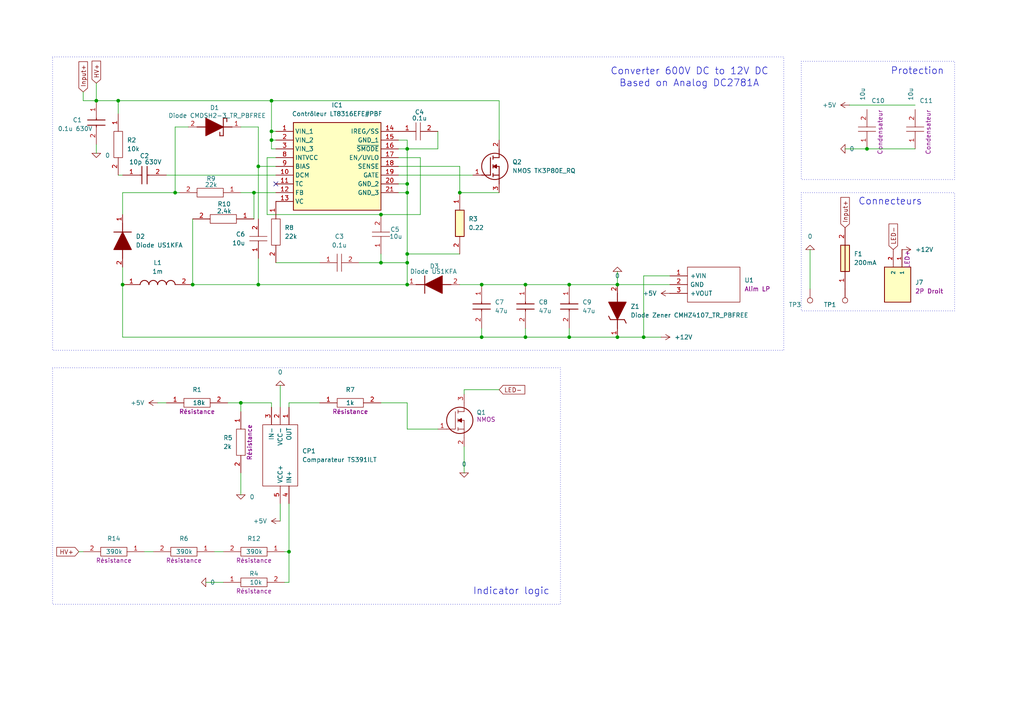
<source format=kicad_sch>
(kicad_sch (version 20231120) (generator "eeschema") (generator_version "8.0")
  (paper "A4")
  (title_block (title "Accumulator indicator voltage") (date "2024-03-29") (rev "v2.1") (company "EPSA"))
  (junction (at 78.74 38.1))
  (junction (at 152.4 82.55))
  (junction (at 35.56 82.55))
  (junction (at 74.93 82.55))
  (junction (at 55.88 82.55))
  (junction (at 186.69 97.79))
  (junction (at 165.1 97.79))
  (junction (at 50.8 55.88))
  (junction (at 133.35 55.88))
  (junction (at 27.94 29.21))
  (junction (at 165.1 82.55))
  (junction (at 69.85 116.84))
  (junction (at 110.49 62.23))
  (junction (at 118.11 82.55))
  (junction (at 34.29 29.21))
  (junction (at 251.46 43.18))
  (junction (at 118.11 43.18))
  (junction (at 139.7 82.55))
  (junction (at 110.49 76.2))
  (junction (at 118.11 53.34))
  (junction (at 73.66 55.88))
  (junction (at 118.11 55.88))
  (junction (at 74.93 48.26))
  (junction (at 118.11 73.66))
  (junction (at 83.82 160.02))
  (junction (at 78.74 29.21))
  (junction (at 152.4 97.79))
  (junction (at 139.7 97.79))
  (junction (at 118.11 76.2))
  (junction (at 179.07 97.79))
  (junction (at 179.07 82.55))
  (junction (at 78.74 40.64))
  (no_connect (at 80.01 53.34))
  (wire (pts (xy 62.23 160.02) (xy 64.77 160.02)))
  (wire (pts (xy 82.55 160.02) (xy 83.82 160.02)))
  (wire (pts (xy 110.49 76.2) (xy 118.11 76.2)))
  (wire (pts (xy 69.85 137.16) (xy 69.85 143.51)))
  (wire (pts (xy 35.56 62.23) (xy 35.56 55.88)))
  (wire (pts (xy 55.88 63.5) (xy 55.88 82.55)))
  (wire (pts (xy 127 43.18) (xy 118.11 43.18)))
  (wire (pts (xy 45.72 116.84) (xy 48.26 116.84)))
  (wire (pts (xy 110.49 73.66) (xy 110.49 76.2)))
  (wire (pts (xy 78.74 29.21) (xy 78.74 38.1)))
  (wire (pts (xy 115.57 40.64) (xy 118.11 40.64)))
  (wire (pts (xy 50.8 36.83) (xy 54.61 36.83)))
  (wire (pts (xy 24.13 26.67) (xy 24.13 29.21)))
  (wire (pts (xy 69.85 116.84) (xy 69.85 119.38)))
  (wire (pts (xy 27.94 41.91) (xy 27.94 44.45)))
  (wire (pts (xy 35.56 55.88) (xy 50.8 55.88)))
  (wire (pts (xy 44.45 160.02) (xy 41.91 160.02)))
  (wire (pts (xy 115.57 48.26) (xy 133.35 48.26)))
  (wire (pts (xy 83.82 168.91) (xy 82.55 168.91)))
  (wire (pts (xy 134.62 113.03) (xy 144.78 113.03)))
  (wire (pts (xy 127 38.1) (xy 127 43.18)))
  (wire (pts (xy 179.07 82.55) (xy 194.31 82.55)))
  (wire (pts (xy 48.26 50.8) (xy 80.01 50.8)))
  (wire (pts (xy 34.29 29.21) (xy 78.74 29.21)))
  (wire (pts (xy 34.29 50.8) (xy 35.56 50.8)))
  (wire (pts (xy 139.7 97.79) (xy 139.7 95.25)))
  (wire (pts (xy 133.35 82.55) (xy 139.7 82.55)))
  (wire (pts (xy 134.62 129.54) (xy 134.62 137.16)))
  (wire (pts (xy 83.82 116.84) (xy 92.71 116.84)))
  (wire (pts (xy 50.8 55.88) (xy 50.8 36.83)))
  (wire (pts (xy 251.46 43.18) (xy 265.43 43.18)))
  (wire (pts (xy 27.94 24.13) (xy 27.94 29.21)))
  (wire (pts (xy 139.7 97.79) (xy 152.4 97.79)))
  (wire (pts (xy 77.47 45.72) (xy 80.01 45.72)))
  (wire (pts (xy 27.94 29.21) (xy 34.29 29.21)))
  (wire (pts (xy 80.01 76.2) (xy 92.71 76.2)))
  (wire (pts (xy 73.66 55.88) (xy 73.66 63.5)))
  (wire (pts (xy 78.74 116.84) (xy 78.74 118.11)))
  (wire (pts (xy 115.57 50.8) (xy 137.16 50.8)))
  (wire (pts (xy 74.93 36.83) (xy 69.85 36.83)))
  (wire (pts (xy 35.56 97.79) (xy 139.7 97.79)))
  (wire (pts (xy 165.1 82.55) (xy 179.07 82.55)))
  (wire (pts (xy 81.28 146.05) (xy 81.28 151.13)))
  (wire (pts (xy 186.69 97.79) (xy 191.77 97.79)))
  (wire (pts (xy 35.56 82.55) (xy 35.56 97.79)))
  (wire (pts (xy 69.85 55.88) (xy 73.66 55.88)))
  (wire (pts (xy 152.4 97.79) (xy 152.4 95.25)))
  (wire (pts (xy 121.92 62.23) (xy 110.49 62.23)))
  (wire (pts (xy 165.1 97.79) (xy 179.07 97.79)))
  (wire (pts (xy 179.07 78.74) (xy 179.07 82.55)))
  (wire (pts (xy 245.11 43.18) (xy 251.46 43.18)))
  (wire (pts (xy 186.69 80.01) (xy 194.31 80.01)))
  (wire (pts (xy 35.56 77.47) (xy 35.56 82.55)))
  (wire (pts (xy 110.49 62.23) (xy 77.47 62.23)))
  (wire (pts (xy 83.82 146.05) (xy 83.82 160.02)))
  (wire (pts (xy 115.57 45.72) (xy 121.92 45.72)))
  (wire (pts (xy 74.93 74.93) (xy 74.93 82.55)))
  (wire (pts (xy 73.66 55.88) (xy 80.01 55.88)))
  (wire (pts (xy 118.11 40.64) (xy 118.11 43.18)))
  (wire (pts (xy 110.49 116.84) (xy 118.11 116.84)))
  (wire (pts (xy 186.69 97.79) (xy 186.69 80.01)))
  (wire (pts (xy 55.88 82.55) (xy 74.93 82.55)))
  (wire (pts (xy 133.35 48.26) (xy 133.35 55.88)))
  (wire (pts (xy 152.4 82.55) (xy 165.1 82.55)))
  (wire (pts (xy 118.11 43.18) (xy 118.11 53.34)))
  (wire (pts (xy 179.07 97.79) (xy 186.69 97.79)))
  (wire (pts (xy 74.93 48.26) (xy 74.93 63.5)))
  (wire (pts (xy 24.13 29.21) (xy 27.94 29.21)))
  (wire (pts (xy 144.78 29.21) (xy 144.78 40.64)))
  (wire (pts (xy 69.85 116.84) (xy 78.74 116.84)))
  (wire (pts (xy 134.62 114.3) (xy 134.62 113.03)))
  (wire (pts (xy 74.93 48.26) (xy 80.01 48.26)))
  (wire (pts (xy 78.74 29.21) (xy 144.78 29.21)))
  (wire (pts (xy 118.11 116.84) (xy 118.11 124.46)))
  (wire (pts (xy 118.11 73.66) (xy 133.35 73.66)))
  (wire (pts (xy 78.74 38.1) (xy 78.74 40.64)))
  (wire (pts (xy 118.11 124.46) (xy 127 124.46)))
  (wire (pts (xy 34.29 29.21) (xy 34.29 33.02)))
  (wire (pts (xy 118.11 53.34) (xy 118.11 55.88)))
  (wire (pts (xy 78.74 40.64) (xy 80.01 40.64)))
  (wire (pts (xy 118.11 55.88) (xy 118.11 73.66)))
  (wire (pts (xy 118.11 76.2) (xy 118.11 82.55)))
  (wire (pts (xy 74.93 36.83) (xy 74.93 48.26)))
  (wire (pts (xy 83.82 160.02) (xy 83.82 168.91)))
  (wire (pts (xy 78.74 38.1) (xy 80.01 38.1)))
  (wire (pts (xy 74.93 82.55) (xy 118.11 82.55)))
  (wire (pts (xy 115.57 43.18) (xy 118.11 43.18)))
  (wire (pts (xy 78.74 43.18) (xy 80.01 43.18)))
  (wire (pts (xy 66.04 116.84) (xy 69.85 116.84)))
  (wire (pts (xy 115.57 55.88) (xy 118.11 55.88)))
  (wire (pts (xy 165.1 97.79) (xy 165.1 95.25)))
  (wire (pts (xy 139.7 82.55) (xy 152.4 82.55)))
  (wire (pts (xy 121.92 45.72) (xy 121.92 62.23)))
  (wire (pts (xy 246.38 30.48) (xy 265.43 30.48)))
  (wire (pts (xy 59.69 168.91) (xy 64.77 168.91)))
  (wire (pts (xy 78.74 40.64) (xy 78.74 43.18)))
  (wire (pts (xy 115.57 53.34) (xy 118.11 53.34)))
  (wire (pts (xy 81.28 111.76) (xy 81.28 118.11)))
  (wire (pts (xy 52.07 55.88) (xy 50.8 55.88)))
  (wire (pts (xy 118.11 73.66) (xy 118.11 76.2)))
  (wire (pts (xy 104.14 76.2) (xy 110.49 76.2)))
  (wire (pts (xy 22.86 160.02) (xy 24.13 160.02)))
  (wire (pts (xy 83.82 118.11) (xy 83.82 116.84)))
  (wire (pts (xy 234.95 72.39) (xy 234.95 83.82)))
  (wire (pts (xy 77.47 62.23) (xy 77.47 45.72)))
  (wire (pts (xy 133.35 55.88) (xy 144.78 55.88)))
  (wire (pts (xy 152.4 97.79) (xy 165.1 97.79)))
  (rectangle (start 15.24 106.68) (end 162.56 175.26) (stroke (width 0) (type dot)))
  (rectangle (start 232.41 17.78) (end 276.86 52.07) (stroke (width 0) (type dot)))
  (rectangle (start 15.24 16.51) (end 227.33 101.6) (stroke (width 0) (type dot)))
  (rectangle (start 232.41 55.88) (end 276.86 90.17) (stroke (width 0) (type dot)))
  (text "Protection\n" (at 258.318 21.844 0) (effects (font (size 2 2)) (justify left bottom)))
  (text "Based on Analog DC2781A" (at 179.578 25.4 0) (effects (font (size 2 2)) (justify left bottom)))
  (text "Indicator logic" (at 137.16 172.72 0) (effects (font (size 2 2)) (justify left bottom)))
  (text "Connecteurs\n" (at 248.92 59.69 0) (effects (font (size 2 2)) (justify left bottom)))
  (text "Converter 600V DC to 12V DC\n\n" (at 177.038 25.146 0) (effects (font (size 2 2)) (justify left bottom)))
  (global_label "Input+" (shape input) (at 24.13 26.67 90) (property "Intersheetrefs" "${INTERSHEET_REFS}" (effects (hide yes))))
  (global_label "LED-" (shape input) (at 259.08 72.39 90) (property "Intersheetrefs" "${INTERSHEET_REFS}" (effects (hide yes))))
  (global_label "HV+" (shape input) (at 27.94 24.13 90) (property "Intersheetrefs" "${INTERSHEET_REFS}" (effects (hide yes))))
  (global_label "HV+" (shape input) (at 22.86 160.02 180) (property "Intersheetrefs" "${INTERSHEET_REFS}" (effects (hide yes))))
  (global_label "Input+" (shape input) (at 245.11 66.04 90) (property "Intersheetrefs" "${INTERSHEET_REFS}" (effects (hide yes))))
  (global_label "LED-" (shape input) (at 144.78 113.03 0) (property "Intersheetrefs" "${INTERSHEET_REFS}" (effects (hide yes))))
  (symbol (lib_id "EPSA_lib:Résistance RK73H2BLTDD2152F") (at 92.71 116.84 0) (unit 1)
    (property "Reference" "R7" (at 101.6 113.03 0))
    (property "Value" "1k" (at 100.33 116.84 0) (effects (justify left)))
    (property "Footprint" "EPSA_lib:RESC3216X70N" (effects (hide yes)))
    (property "Datasheet" "http://www.koaspeer.com/catimages/Products/RK73H/RK73H.pdf" (effects (hide yes)))
    (property "Description" "Thick Film Resistors - SMD" (effects (hide yes)))
    (property "Height" "0.7" (effects (hide yes)))
    (property "Manufacturer_Name" "KOA Speer" (effects (hide yes)))
    (property "Manufacturer_Part_Number" "RK73H2BLTDD2152F" (effects (hide yes)))
    (property "Mouser Part Number" "N/A" (effects (hide yes)))
    (property "Mouser Price/Stock" "https://www.mouser.co.uk/ProductDetail/KOA-Speer/RK73H2BLTDD2152F?qs=WeIALVmW3zmyxMFsjVzMRw%3D%3D" (effects (hide yes)))
    (property "Sim.Device" "R" (effects (hide yes)))
    (property "Sim.Params" "type=\"R\" model=\"1k\" lib=\"\"" (effects (hide yes)))
    (property "Sim.Pins" "1=+ 2=-" (effects (hide yes)))
    (property "Render Name" "Résistance" (at 101.6 119.38 0))
  )
  (symbol (lib_id "EPSA_lib:Condensateur 0805Y1000104JXT") (at 115.57 38.1 0) (unit 1)
    (property "Reference" "C4" (at 121.666 32.512 0))
    (property "Value" "0.1u" (at 121.666 34.29 0))
    (property "Footprint" "EPSA_lib:CAPC2012X130N" (effects (hide yes)))
    (property "Datasheet" "http://docs-europe.electrocomponents.com/webdocs/119d/0900766b8119d7bc.pdf" (effects (hide yes)))
    (property "Description" "Syfer 0805 Ceramic Chip Capacitors" (effects (hide yes)))
    (property "Sim.Pins" "1=+ 2=-" (effects (hide yes)))
    (property "Sim.Device" "C" (effects (hide yes)))
    (property "Height" "1.3" (effects (hide yes)))
    (property "Manufacturer_Name" "Syfer" (effects (hide yes)))
    (property "Manufacturer_Part_Number" "0805Y1000104JXT" (effects (hide yes)))
    (property "Render Name" "Condensateur" (effects (hide yes)))
  )
  (symbol (lib_id "power:+12V") (at 191.77 97.79 270) (unit 1)
    (property "Reference" "#PWR04" (effects (hide yes)))
    (property "Value" "+12V" (at 195.58 97.7899 90) (effects (justify left)))
    (property "Description" "Power symbol creates a global label with name \"+12V\"" (effects (hide yes)))
  )
  (symbol (lib_id "EPSA_lib:Dep_Comparateur TS391ILT") (at 83.82 118.11 270) (unit 1)
    (property "Reference" "CP1" (at 87.63 130.8099 90) (effects (justify left)))
    (property "Value" "Comparateur TS391ILT" (at 87.63 133.3499 90) (effects (justify left)))
    (property "Footprint" "EPSA_lib:SOT95P280X145-5N" (effects (hide yes)))
    (property "Datasheet" "http://www.st.com/st-web-ui/static/active/en/resource/technical/document/datasheet/CD00001660.pdf" (effects (hide yes)))
    (property "Description" "TS391ILT, Comparator Open Collector 0.3us 12 V, 15 V, 18 V, 24 V, 28 V, 3 V, 5 V, 9 V 5-Pin SOT-23" (effects (hide yes)))
    (property "Height" "1.45" (effects (hide yes)))
    (property "Manufacturer_Name" "STMicroelectronics" (effects (hide yes)))
    (property "Manufacturer_Part_Number" "TS391ILT" (effects (hide yes)))
    (property "Mouser Part Number" "511-TS391IL" (effects (hide yes)))
    (property "Mouser Price/Stock" "https://www.mouser.co.uk/ProductDetail/STMicroelectronics/TS391ILT?qs=P8h1tZw8GcB9GWR61XM17g%3D%3D" (effects (hide yes)))
    (property "Arrow Part Number" "TS391ILT" (effects (hide yes)))
    (property "Arrow Price/Stock" "https://www.arrow.com/en/products/ts391ilt/stmicroelectronics?region=europe" (effects (hide yes)))
    (property "Sim.Device" "SPICE" (effects (hide yes)))
    (property "Sim.Params" "type=\"X\" model=\"TS391\" lib=\"${EPSA_lib}\\SpiceModel\\C_ts391.lib\"" (effects (hide yes)))
    (property "Sim.Pins" "4=1 3=2 5=3 2=4 1=5" (effects (hide yes)))
    (property "Render Name" "Comparateur" (effects (hide yes)))
  )
  (symbol (lib_id "EPSA_lib:Condensateur HV GRM31A5C2J100JW01D") (at 35.56 50.8 0) (unit 1)
    (property "Reference" "C2" (at 41.91 45.212 0))
    (property "Value" "10p 630V" (at 42.164 46.99 0))
    (property "Footprint" "CAPC3216X100N" (effects (hide yes)))
    (property "Datasheet" "https://psearch.en.murata.com/capacitor/product/GRM31A5C2J100JW01%23.html" (effects (hide yes)))
    (property "Description" "Capacitor GRM31_0.20 L=3.2mm W=1.6mm T=1.0mm 1205" (effects (hide yes)))
    (property "Height" "1" (effects (hide yes)))
    (property "Mouser Part Number" "81-GRM31A5C2J100JW1D" (effects (hide yes)))
    (property "Mouser Price/Stock" "https://www.mouser.co.uk/ProductDetail/Murata-Electronics/GRM31A5C2J100JW01D?qs=18WYLvqSxEqgP%2FN9N3NKJQ%3D%3D" (effects (hide yes)))
    (property "Manufacturer_Name" "Murata Electronics" (effects (hide yes)))
    (property "Manufacturer_Part_Number" "GRM31A5C2J100JW01D" (effects (hide yes)))
  )
  (symbol (lib_id "power:+5V") (at 81.28 151.13 90) (unit 1)
    (property "Reference" "#PWR06" (effects (hide yes)))
    (property "Value" "+5V" (at 77.47 151.1299 90) (effects (justify left)))
    (property "Description" "Power symbol creates a global label with name \"+5V\"" (effects (hide yes)))
  )
  (symbol (lib_id "Simulation_SPICE:0") (at 179.07 78.74 180) (unit 1)
    (property "Reference" "#GND06" (effects (hide yes)))
    (property "Value" "0" (at 179.07 80.01 0))
    (property "Datasheet" "https://ngspice.sourceforge.io/docs/ngspice-html-manual/manual.xhtml#subsec_Circuit_elements__device" (effects (hide yes)))
    (property "Description" "0V reference potential for simulation" (effects (hide yes)))
  )
  (symbol (lib_id "power:+12V") (at 261.62 72.39 270) (unit 1)
    (property "Reference" "#PWR09" (effects (hide yes)))
    (property "Value" "+12V" (at 265.43 72.3899 90) (effects (justify left)))
    (property "Description" "Power symbol creates a global label with name \"+12V\"" (effects (hide yes)))
    (property "Vers" "LED+" (at 263.144 75.184 0))
  )
  (symbol (lib_id "power:+5V") (at 194.31 85.09 90) (unit 1)
    (property "Reference" "#PWR05" (effects (hide yes)))
    (property "Value" "+5V" (at 190.5 85.0899 90) (effects (justify left)))
    (property "Description" "Power symbol creates a global label with name \"+5V\"" (effects (hide yes)))
  )
  (symbol (lib_id "Simulation_SPICE:0") (at 234.95 72.39 180) (unit 1)
    (property "Reference" "#GND012" (effects (hide yes)))
    (property "Value" "0" (at 234.95 68.58 0))
    (property "Datasheet" "https://ngspice.sourceforge.io/docs/ngspice-html-manual/manual.xhtml#subsec_Circuit_elements__device" (effects (hide yes)))
    (property "Description" "0V reference potential for simulation" (effects (hide yes)))
  )
  (symbol (lib_id "EPSA_lib:2P Droit 2-11-2022") (at 261.62 82.55 270) (unit 1) (exclude_from_sim yes)
    (property "Reference" "J7" (at 265.43 81.915 90) (effects (justify left)))
    (property "Value" "2P Droit 2-11-2022" (effects (hide yes)))
    (property "Footprint" "EPSA_lib:MOLEX_22-11-2022" (effects (hide yes)))
    (property "Sim.Pins" "1=1 2=2" (effects (hide yes)))
    (property "Sim.Device" "SPICE" (effects (hide yes)))
    (property "Sim.Params" "type=\"J\" model=\"22-11-2022\" lib=\"\"" (effects (hide yes)))
    (property "MAXIMUM_PACKAGE_HEIGHT" "10.66mm" (effects (hide yes)))
    (property "PARTREV" "BD8" (effects (hide yes)))
    (property "STANDARD" "Manufacturer Recommendations" (effects (hide yes)))
    (property "MANUFACTURER" "Molex" (effects (hide yes)))
    (property "Render Name" "2P Droit" (at 265.43 84.455 90) (effects (justify left)))
    (property "Height" "10.66mm" (effects (hide yes)))
    (property "Manufacturer_Name" "Molex" (effects (hide yes)))
    (property "Manufacturer_Part_Number" "22-11-2022" (effects (hide yes)))
    (property "Mouser Part Number" "538-22-11-2022" (effects (hide yes)))
    (property "Mouser Price/Stock" "https://www.mouser.fr/ProductDetail/Molex/22-11-2022?qs=mrPiglD9aYLq1NGrfjXTJg%3D%3D" (effects (hide yes)))
  )
  (symbol (lib_id "EPSA_lib:Diode CMDSH2-3_TR_PBFREE") (at 72.39 36.83 180) (unit 1)
    (property "Reference" "D1" (at 62.23 31.242 0))
    (property "Value" "Diode CMDSH2-3_TR_PBFREE" (at 62.992 33.528 0))
    (property "Footprint" "SOD2512X110N" (effects (hide yes)))
    (property "Datasheet" "https://my.centralsemi.com/get_document.php?cmp=1&mergetype=pd&mergepath=pd&pdf_id=CMDSH2-3.PDF" (effects (hide yes)))
    (property "Description" "DIODE SCHOTTKY 30V 200MA SOD323" (effects (hide yes)))
    (property "Height" "1.1" (effects (hide yes)))
    (property "Mouser Part Number" "610-CMDSH2-3" (effects (hide yes)))
    (property "Mouser Price/Stock" "https://www.mouser.co.uk/ProductDetail/Central-Semiconductor/CMDSH2-3-TR-PBFREE?qs=u16ybLDytRa%2FuaZxWATy%2FQ%3D%3D" (effects (hide yes)))
    (property "Manufacturer_Name" "Central Semiconductor" (effects (hide yes)))
    (property "Manufacturer_Part_Number" "CMDSH2-3 TR PBFREE" (effects (hide yes)))
  )
  (symbol (lib_id "EPSA_lib:Diode US1KFA") (at 35.56 62.23 270) (unit 1)
    (property "Reference" "D2" (at 39.37 68.5799 90) (effects (justify left)))
    (property "Value" "Diode US1KFA" (at 39.37 71.1199 90) (effects (justify left)))
    (property "Footprint" "SODFL3618X143N" (effects (hide yes)))
    (property "Datasheet" "https://www.arrow.com/en/products/us1kfa/on-semiconductor" (effects (hide yes)))
    (property "Description" "Diode Switching 800V 1A 2-Pin SOD-123FA T/R" (effects (hide yes)))
    (property "Height" "1.43" (effects (hide yes)))
    (property "Mouser Part Number" "512-US1KFA" (effects (hide yes)))
    (property "Mouser Price/Stock" "https://www.mouser.co.uk/ProductDetail/onsemi-Fairchild/US1KFA?qs=kF4zOt4%2FK7W%252BRlWbuA8gCw%3D%3D" (effects (hide yes)))
    (property "Manufacturer_Name" "onsemi" (effects (hide yes)))
    (property "Manufacturer_Part_Number" "US1KFA" (effects (hide yes)))
  )
  (symbol (lib_id "EPSA_lib:Condensateur HV GCJ43DR72J104KXJ1L") (at 27.94 29.21 270) (unit 1)
    (property "Reference" "C1" (at 21.082 34.798 90) (effects (justify left)))
    (property "Value" "0.1u 630V" (at 16.764 37.338 90) (effects (justify left)))
    (property "Footprint" "CAPC4532X200N" (effects (hide yes)))
    (property "Datasheet" "https://componentsearchengine.com/Datasheets/1/GCJ43DR72J104KXJ1L.pdf" (effects (hide yes)))
    (property "Description" "Capacitor GCJ43 L=4.5mm W=3.2mm T=2.0mm 1812" (effects (hide yes)))
    (property "Height" "2" (effects (hide yes)))
    (property "Mouser Part Number" "81-GCJ43DR72J104KX1L" (effects (hide yes)))
    (property "Mouser Price/Stock" "https://www.mouser.com/Search/Refine.aspx?Keyword=81-GCJ43DR72J104KX1L" (effects (hide yes)))
    (property "Manufacturer_Name" "Murata Electronics" (effects (hide yes)))
    (property "Manufacturer_Part_Number" "GCJ43DR72J104KXJ1L" (effects (hide yes)))
  )
  (symbol (lib_id "EPSA_lib:Condensateur GRM32ER61C476KE15K") (at 139.7 82.55 270) (unit 1)
    (property "Reference" "C7" (at 143.51 87.6299 90) (effects (justify left)))
    (property "Value" "47u" (at 143.51 90.1699 90) (effects (justify left)))
    (property "Footprint" "CAPC3225X270N" (effects (hide yes)))
    (property "Datasheet" "http://psearch.en.murata.com/capacitor/product/GRM32ER71E226KE15%23.pdf" (effects (hide yes)))
    (property "Description" "Murata 1210 GRM 47uF Ceramic Multilayer Capacitor, 16 V, +85C, X5R Dielectric, +/-10% SMD" (effects (hide yes)))
    (property "Height" "2.7" (effects (hide yes)))
    (property "Mouser Part Number" "81-GRM32ER61C476KE5K" (effects (hide yes)))
    (property "Mouser Price/Stock" "https://www.mouser.co.uk/ProductDetail/Murata-Electronics/GRM32ER61C476KE15K?qs=N3Kl9KD794Qv8YP5qllqqg%3D%3D" (effects (hide yes)))
    (property "Manufacturer_Name" "Murata Electronics" (effects (hide yes)))
    (property "Manufacturer_Part_Number" "GRM32ER61C476KE15K" (effects (hide yes)))
  )
  (symbol (lib_id "EPSA_lib:Résistance RK73H2BLTDD2152F") (at 80.01 58.42 270) (unit 1)
    (property "Reference" "R8" (at 82.55 66.0399 90) (effects (justify left)))
    (property "Value" "22k" (at 82.55 68.5799 90) (effects (justify left)))
    (property "Footprint" "EPSA_lib:RESC3216X70N" (effects (hide yes)))
    (property "Datasheet" "http://www.koaspeer.com/catimages/Products/RK73H/RK73H.pdf" (effects (hide yes)))
    (property "Description" "Thick Film Resistors - SMD" (effects (hide yes)))
    (property "Sim.Pins" "1=+ 2=-" (effects (hide yes)))
    (property "Sim.Device" "R" (effects (hide yes)))
    (property "Height" "0.7" (effects (hide yes)))
    (property "Manufacturer_Name" "KOA Speer" (effects (hide yes)))
    (property "Manufacturer_Part_Number" "RK73H2BLTDD2152F" (effects (hide yes)))
    (property "Mouser Part Number" "N/A" (effects (hide yes)))
    (property "Mouser Price/Stock" "https://www.mouser.co.uk/ProductDetail/KOA-Speer/RK73H2BLTDD2152F?qs=WeIALVmW3zmyxMFsjVzMRw%3D%3D" (effects (hide yes)))
    (property "Render Name" "Résistance" (effects (hide yes)))
  )
  (symbol (lib_id "Simulation_SPICE:0") (at 69.85 143.51 0) (unit 1)
    (property "Reference" "#GND03" (effects (hide yes)))
    (property "Value" "0" (at 72.39 144.1449 0) (effects (justify left)))
    (property "Datasheet" "https://ngspice.sourceforge.io/docs/ngspice-html-manual/manual.xhtml#subsec_Circuit_elements__device" (effects (hide yes)))
    (property "Description" "0V reference potential for simulation" (effects (hide yes)))
  )
  (symbol (lib_id "EPSA_lib:Résistance RK73H2BLTDD2152F") (at 73.66 63.5 180) (unit 1)
    (property "Reference" "R10" (at 65.024 59.182 0))
    (property "Value" "2.4k" (at 65.024 61.214 0))
    (property "Footprint" "EPSA_lib:RESC3216X70N" (effects (hide yes)))
    (property "Datasheet" "http://www.koaspeer.com/catimages/Products/RK73H/RK73H.pdf" (effects (hide yes)))
    (property "Description" "Thick Film Resistors - SMD" (effects (hide yes)))
    (property "Sim.Pins" "1=+ 2=-" (effects (hide yes)))
    (property "Sim.Device" "R" (effects (hide yes)))
    (property "Height" "0.7" (effects (hide yes)))
    (property "Manufacturer_Name" "KOA Speer" (effects (hide yes)))
    (property "Manufacturer_Part_Number" "RK73H2BLTDD2152F" (effects (hide yes)))
    (property "Mouser Part Number" "N/A" (effects (hide yes)))
    (property "Mouser Price/Stock" "https://www.mouser.co.uk/ProductDetail/KOA-Speer/RK73H2BLTDD2152F?qs=WeIALVmW3zmyxMFsjVzMRw%3D%3D" (effects (hide yes)))
    (property "Render Name" "Résistance" (effects (hide yes)))
  )
  (symbol (lib_id "EPSA_lib:Résistance RL0816S-R22-F") (at 133.35 55.88 270) (unit 1)
    (property "Reference" "R3" (at 135.89 63.4999 90) (effects (justify left)))
    (property "Value" "0.22" (at 135.89 66.0399 90) (effects (justify left)))
    (property "Footprint" "RESC1608X55N" (effects (hide yes)))
    (property "Datasheet" "http://www.susumu.co.jp/common/pdf/n_catalog_partition08_en.pdf" (effects (hide yes)))
    (property "Description" "220 mOhms +/-1% 0.2W, 1/5W Chip Resistor 0603 (1608 Metric) Current Sense Thin Film" (effects (hide yes)))
    (property "Height" "0.55" (effects (hide yes)))
    (property "Mouser Part Number" "754-RL0816S-R22-F" (effects (hide yes)))
    (property "Mouser Price/Stock" "https://www.mouser.co.uk/ProductDetail/Susumu/RL0816S-R22-F?qs=nCAm%252BcMdy9wf61LcSsWBdw%3D%3D" (effects (hide yes)))
    (property "Manufacturer_Name" "Susumu" (effects (hide yes)))
    (property "Manufacturer_Part_Number" "RL0816S-R22-F" (effects (hide yes)))
  )
  (symbol (lib_id "EPSA_lib:Résistance RK73H2BLTDD2152F") (at 82.55 160.02 180) (unit 1)
    (property "Reference" "R12" (at 73.66 156.21 0))
    (property "Value" "390k" (at 76.2 160.02 0) (effects (justify left)))
    (property "Footprint" "EPSA_lib:RESC3216X70N" (effects (hide yes)))
    (property "Datasheet" "http://www.koaspeer.com/catimages/Products/RK73H/RK73H.pdf" (effects (hide yes)))
    (property "Description" "Thick Film Resistors - SMD" (effects (hide yes)))
    (property "Height" "0.7" (effects (hide yes)))
    (property "Manufacturer_Name" "KOA Speer" (effects (hide yes)))
    (property "Manufacturer_Part_Number" "RK73H2BLTDD2152F" (effects (hide yes)))
    (property "Mouser Part Number" "N/A" (effects (hide yes)))
    (property "Mouser Price/Stock" "https://www.mouser.co.uk/ProductDetail/KOA-Speer/RK73H2BLTDD2152F?qs=WeIALVmW3zmyxMFsjVzMRw%3D%3D" (effects (hide yes)))
    (property "Sim.Device" "R" (effects (hide yes)))
    (property "Sim.Params" "type=\"R\" model=\"390k\" lib=\"\"" (effects (hide yes)))
    (property "Sim.Pins" "1=+ 2=-" (effects (hide yes)))
    (property "Render Name" "Résistance" (at 73.66 162.56 0))
  )
  (symbol (lib_id "EPSA_lib:Condensateur 0805Y1000104JXT") (at 110.49 73.66 90) (unit 1)
    (property "Reference" "C5" (at 114.554 66.548 90))
    (property "Value" "10u" (at 114.808 68.58 90))
    (property "Footprint" "EPSA_lib:CAPC2012X130N" (effects (hide yes)))
    (property "Datasheet" "http://docs-europe.electrocomponents.com/webdocs/119d/0900766b8119d7bc.pdf" (effects (hide yes)))
    (property "Description" "Syfer 0805 Ceramic Chip Capacitors" (effects (hide yes)))
    (property "Sim.Pins" "1=+ 2=-" (effects (hide yes)))
    (property "Sim.Device" "C" (effects (hide yes)))
    (property "Height" "1.3" (effects (hide yes)))
    (property "Manufacturer_Name" "Syfer" (effects (hide yes)))
    (property "Manufacturer_Part_Number" "0805Y1000104JXT" (effects (hide yes)))
    (property "Render Name" "Condensateur" (effects (hide yes)))
  )
  (symbol (lib_id "EPSA_lib:Condensateur GRM32ER61C476KE15K") (at 152.4 82.55 270) (unit 1)
    (property "Reference" "C8" (at 156.21 87.6299 90) (effects (justify left)))
    (property "Value" "47u" (at 156.21 90.1699 90) (effects (justify left)))
    (property "Footprint" "CAPC3225X270N" (effects (hide yes)))
    (property "Datasheet" "http://psearch.en.murata.com/capacitor/product/GRM32ER71E226KE15%23.pdf" (effects (hide yes)))
    (property "Description" "Murata 1210 GRM 47uF Ceramic Multilayer Capacitor, 16 V, +85C, X5R Dielectric, +/-10% SMD" (effects (hide yes)))
    (property "Height" "2.7" (effects (hide yes)))
    (property "Mouser Part Number" "81-GRM32ER61C476KE5K" (effects (hide yes)))
    (property "Mouser Price/Stock" "https://www.mouser.co.uk/ProductDetail/Murata-Electronics/GRM32ER61C476KE15K?qs=N3Kl9KD794Qv8YP5qllqqg%3D%3D" (effects (hide yes)))
    (property "Manufacturer_Name" "Murata Electronics" (effects (hide yes)))
    (property "Manufacturer_Part_Number" "GRM32ER61C476KE15K" (effects (hide yes)))
  )
  (symbol (lib_id "EPSA_lib:Alim LP TSR_0.5-2450") (at 195.58 85.09 0) (unit 1)
    (property "Reference" "U1" (at 215.9 81.2799 0) (effects (justify left)))
    (property "Value" "Alim LP TSR_0.5-2450" (effects (hide yes)))
    (property "Footprint" "EPSA_lib:TSR-0.5-2433" (effects (hide yes)))
    (property "Datasheet" "https://tracopower.com/tsr0-5-datasheet/" (effects (hide yes)))
    (property "Description" "0.5 Amp POL switching regulator, 4.75 to 32 VDC input, pos.-pos. circuit, LM78 compatible, SIP-3" (effects (hide yes)))
    (property "Manufacturer_Name" "Traco Power" (effects (hide yes)))
    (property "Manufacturer_Part_Number" "TSR 0.5-2450" (effects (hide yes)))
    (property "Mouser Part Number" "495-TSR0.5-2450" (effects (hide yes)))
    (property "Mouser Price/Stock" "https://www.mouser.co.uk/ProductDetail/TRACO-Power/TSR-0.5-2450?qs=ckJk83FOD0XpEgQBSwF%2FIw%3D%3D" (effects (hide yes)))
    (property "Render Name" "Alim LP" (at 215.9 83.8199 0) (effects (justify left)))
  )
  (symbol (lib_id "EPSA_lib:Diode Zener CMHZ4107_TR_PBFREE") (at 179.07 97.79 90) (unit 1)
    (property "Reference" "Z1" (at 182.88 88.8999 90) (effects (justify right)))
    (property "Value" "Diode Zener CMHZ4107_TR_PBFREE" (at 182.88 91.4399 90) (effects (justify right)))
    (property "Footprint" "SOD3816X135N" (effects (hide yes)))
    (property "Datasheet" "https://my.centralsemi.com/datasheets/CMHZ4099-4125.PDF" (effects (hide yes)))
    (property "Description" "Zener Diodes 500mW 5% Tolerance" (effects (hide yes)))
    (property "Height" "1.35" (effects (hide yes)))
    (property "Manufacturer_Name" "Central Semiconductor" (effects (hide yes)))
    (property "Manufacturer_Part_Number" "CMHZ4107 TR PBFREE" (effects (hide yes)))
  )
  (symbol (lib_id "power:+5V") (at 246.38 30.48 90) (unit 1)
    (property "Reference" "#PWR08" (effects (hide yes)))
    (property "Value" "+5V" (at 242.57 30.4799 90) (effects (justify left)))
    (property "Description" "Power symbol creates a global label with name \"+5V\"" (effects (hide yes)))
  )
  (symbol (lib_id "Simulation_SPICE:0") (at 81.28 111.76 180) (unit 1)
    (property "Reference" "#GND04" (effects (hide yes)))
    (property "Value" "0" (at 81.28 107.95 0))
    (property "Datasheet" "https://ngspice.sourceforge.io/docs/ngspice-html-manual/manual.xhtml#subsec_Circuit_elements__device" (effects (hide yes)))
    (property "Description" "0V reference potential for simulation" (effects (hide yes)))
  )
  (symbol (lib_id "EPSA_lib:TestPoint") (at 245.11 83.82 180) (unit 1) (exclude_from_sim yes)
    (property "Reference" "TP1" (at 242.57 88.3921 0) (effects (justify left)))
    (property "Value" "${SIM.PARAMS}" (effects (hide yes)))
    (property "Footprint" "Connector_Wire:SolderWire-2.5sqmm_1x01_D2.4mm_OD3.6mm" (effects (hide yes)))
    (property "Sim.Device" "SPICE" (effects (hide yes)))
    (property "Sim.Params" "type=\"R\" model=\"TestPoint\" lib=\"\"" (effects (hide yes)))
    (property "Sim.Pins" "1=1" (effects (hide yes)))
    (property "Sim.Enable" "0" (effects (hide yes)))
  )
  (symbol (lib_id "EPSA_lib:Condensateur 0805Y1000104JXT") (at 92.71 76.2 0) (unit 1)
    (property "Reference" "C3" (at 98.425 68.58 0))
    (property "Value" "0.1u" (at 98.425 71.12 0))
    (property "Footprint" "EPSA_lib:CAPC2012X130N" (effects (hide yes)))
    (property "Datasheet" "http://docs-europe.electrocomponents.com/webdocs/119d/0900766b8119d7bc.pdf" (effects (hide yes)))
    (property "Description" "Syfer 0805 Ceramic Chip Capacitors" (effects (hide yes)))
    (property "Sim.Pins" "1=+ 2=-" (effects (hide yes)))
    (property "Sim.Device" "C" (effects (hide yes)))
    (property "Height" "1.3" (effects (hide yes)))
    (property "Manufacturer_Name" "Syfer" (effects (hide yes)))
    (property "Manufacturer_Part_Number" "0805Y1000104JXT" (effects (hide yes)))
    (property "Render Name" "Condensateur" (effects (hide yes)))
  )
  (symbol (lib_id "EPSA_lib:Résistance RK73H2BLTDD2152F") (at 48.26 116.84 0) (unit 1)
    (property "Reference" "R1" (at 57.15 113.03 0))
    (property "Value" "18k" (at 55.88 116.84 0) (effects (justify left)))
    (property "Footprint" "EPSA_lib:RESC3216X70N" (effects (hide yes)))
    (property "Datasheet" "http://www.koaspeer.com/catimages/Products/RK73H/RK73H.pdf" (effects (hide yes)))
    (property "Description" "Thick Film Resistors - SMD" (effects (hide yes)))
    (property "Height" "0.7" (effects (hide yes)))
    (property "Manufacturer_Name" "KOA Speer" (effects (hide yes)))
    (property "Manufacturer_Part_Number" "RK73H2BLTDD2152F" (effects (hide yes)))
    (property "Mouser Part Number" "N/A" (effects (hide yes)))
    (property "Mouser Price/Stock" "https://www.mouser.co.uk/ProductDetail/KOA-Speer/RK73H2BLTDD2152F?qs=WeIALVmW3zmyxMFsjVzMRw%3D%3D" (effects (hide yes)))
    (property "Sim.Device" "R" (effects (hide yes)))
    (property "Sim.Params" "type=\"R\" model=\"18k\" lib=\"\"" (effects (hide yes)))
    (property "Sim.Pins" "1=+ 2=-" (effects (hide yes)))
    (property "Render Name" "Résistance" (at 57.15 119.38 0))
  )
  (symbol (lib_id "EPSA_lib:NMOS TK3P80E_RQ") (at 137.16 50.8 0) (unit 1)
    (property "Reference" "Q2" (at 148.59 46.9899 0) (effects (justify left)))
    (property "Value" "NMOS TK3P80E_RQ" (at 148.59 49.5299 0) (effects (justify left)))
    (property "Footprint" "TK3P80ERQ" (effects (hide yes)))
    (property "Datasheet" "https://toshiba.semicon-storage.com/info/docget.jsp?did=14695&prodName=TK3P80E" (effects (hide yes)))
    (property "Description" "MOSFET PWR MOS PD=80W  F=1MHZ" (effects (hide yes)))
    (property "Height" "2.4" (effects (hide yes)))
    (property "Manufacturer_Name" "Toshiba" (effects (hide yes)))
    (property "Manufacturer_Part_Number" "TK3P80E,RQ" (effects (hide yes)))
  )
  (symbol (lib_id "EPSA_lib:Condensateur 0805Y1000104JXT") (at 74.93 74.93 90) (unit 1)
    (property "Reference" "C6" (at 71.12 67.9449 90) (effects (justify left)))
    (property "Value" "10u" (at 71.12 70.4849 90) (effects (justify left)))
    (property "Footprint" "EPSA_lib:CAPC2012X130N" (effects (hide yes)))
    (property "Datasheet" "http://docs-europe.electrocomponents.com/webdocs/119d/0900766b8119d7bc.pdf" (effects (hide yes)))
    (property "Description" "Syfer 0805 Ceramic Chip Capacitors" (effects (hide yes)))
    (property "Sim.Pins" "1=+ 2=-" (effects (hide yes)))
    (property "Sim.Device" "C" (effects (hide yes)))
    (property "Height" "1.3" (effects (hide yes)))
    (property "Manufacturer_Name" "Syfer" (effects (hide yes)))
    (property "Manufacturer_Part_Number" "0805Y1000104JXT" (effects (hide yes)))
    (property "Render Name" "Condensateur" (effects (hide yes)))
  )
  (symbol (lib_id "EPSA_lib:Résistance RK73H2BLTDD2152F") (at 69.85 55.88 180) (unit 1)
    (property "Reference" "R9" (at 61.214 51.816 0))
    (property "Value" "22k" (at 61.214 53.594 0))
    (property "Footprint" "EPSA_lib:RESC3216X70N" (effects (hide yes)))
    (property "Datasheet" "http://www.koaspeer.com/catimages/Products/RK73H/RK73H.pdf" (effects (hide yes)))
    (property "Description" "Thick Film Resistors - SMD" (effects (hide yes)))
    (property "Sim.Pins" "1=+ 2=-" (effects (hide yes)))
    (property "Sim.Device" "R" (effects (hide yes)))
    (property "Height" "0.7" (effects (hide yes)))
    (property "Manufacturer_Name" "KOA Speer" (effects (hide yes)))
    (property "Manufacturer_Part_Number" "RK73H2BLTDD2152F" (effects (hide yes)))
    (property "Mouser Part Number" "N/A" (effects (hide yes)))
    (property "Mouser Price/Stock" "https://www.mouser.co.uk/ProductDetail/KOA-Speer/RK73H2BLTDD2152F?qs=WeIALVmW3zmyxMFsjVzMRw%3D%3D" (effects (hide yes)))
    (property "Render Name" "Résistance" (effects (hide yes)))
  )
  (symbol (lib_id "Simulation_SPICE:0") (at 27.94 44.45 0) (unit 1)
    (property "Reference" "#GND01" (effects (hide yes)))
    (property "Value" "0" (at 30.48 45.0849 0) (effects (justify left)))
    (property "Datasheet" "https://ngspice.sourceforge.io/docs/ngspice-html-manual/manual.xhtml#subsec_Circuit_elements__device" (effects (hide yes)))
    (property "Description" "0V reference potential for simulation" (effects (hide yes)))
  )
  (symbol (lib_id "EPSA_lib:Controleur LT8316EFE#PBF") (at 80.01 38.1 0) (unit 1)
    (property "Reference" "IC1" (at 97.79 30.48 0))
    (property "Value" "Contrôleur LT8316EFE#PBF" (at 97.79 33.02 0))
    (property "Footprint" "LT8315EFEPBF" (effects (hide yes)))
    (property "Datasheet" "https://www.analog.com/media/en/technical-documentation/data-sheets/LT8316.pdf" (effects (hide yes)))
    (property "Description" "Switching Controllers 600VIN Micropower, Isolated No-Opto Flyb" (effects (hide yes)))
    (property "Height" "1" (effects (hide yes)))
    (property "Mouser Part Number" "584-LT8316EFE#PBF" (effects (hide yes)))
    (property "Mouser Price/Stock" "https://www.mouser.co.uk/ProductDetail/Analog-Devices/LT8316EFEPBF?qs=0lSvoLzn4L9vCHQJkSIf7Q%3D%3D" (effects (hide yes)))
    (property "Manufacturer_Name" "Analog Devices" (effects (hide yes)))
    (property "Manufacturer_Part_Number" "LT8316EFE#PBF" (effects (hide yes)))
  )
  (symbol (lib_id "power:+5V") (at 45.72 116.84 90) (unit 1)
    (property "Reference" "#PWR07" (effects (hide yes)))
    (property "Value" "+5V" (at 41.91 116.8399 90) (effects (justify left)))
    (property "Description" "Power symbol creates a global label with name \"+5V\"" (effects (hide yes)))
  )
  (symbol (lib_id "EPSA_lib:Résistance RK73H2BLTDD2152F") (at 62.23 160.02 180) (unit 1)
    (property "Reference" "R6" (at 53.34 156.21 0))
    (property "Value" "390k" (at 55.88 160.02 0) (effects (justify left)))
    (property "Footprint" "EPSA_lib:RESC3216X70N" (effects (hide yes)))
    (property "Datasheet" "http://www.koaspeer.com/catimages/Products/RK73H/RK73H.pdf" (effects (hide yes)))
    (property "Description" "Thick Film Resistors - SMD" (effects (hide yes)))
    (property "Height" "0.7" (effects (hide yes)))
    (property "Manufacturer_Name" "KOA Speer" (effects (hide yes)))
    (property "Manufacturer_Part_Number" "RK73H2BLTDD2152F" (effects (hide yes)))
    (property "Mouser Part Number" "N/A" (effects (hide yes)))
    (property "Mouser Price/Stock" "https://www.mouser.co.uk/ProductDetail/KOA-Speer/RK73H2BLTDD2152F?qs=WeIALVmW3zmyxMFsjVzMRw%3D%3D" (effects (hide yes)))
    (property "Sim.Device" "R" (effects (hide yes)))
    (property "Sim.Params" "type=\"R\" model=\"390k\" lib=\"\"" (effects (hide yes)))
    (property "Sim.Pins" "1=+ 2=-" (effects (hide yes)))
    (property "Render Name" "Résistance" (at 53.34 162.56 0))
  )
  (symbol (lib_id "EPSA_lib:Bobine 7447709102") (at 35.56 82.55 0) (unit 1)
    (property "Reference" "L1" (at 45.72 76.2 0))
    (property "Value" "1m" (at 45.72 78.74 0))
    (property "Footprint" "WE-PD_1260/1245/1280/121054" (effects (hide yes)))
    (property "Datasheet" "http://componentsearchengine.com/Datasheets/3/7447709102.pdf" (effects (hide yes)))
    (property "Description" "SMD-Shielded Power Inductors WE-PD" (effects (hide yes)))
    (property "Mouser Part Number" "710-7447709102" (effects (hide yes)))
    (property "Mouser Price/Stock" "https://www.mouser.co.uk/ProductDetail/Wurth-Elektronik/7447709102?qs=E%2F%2FhvbtCqpMi3VpSUpMneA%3D%3D" (effects (hide yes)))
    (property "Manufacturer_Name" "Wurth Elektronik" (effects (hide yes)))
    (property "Manufacturer_Part_Number" "7447709102" (effects (hide yes)))
  )
  (symbol (lib_id "EPSA_lib:Résistance RK73H2BLTDD2152F") (at 41.91 160.02 180) (unit 1)
    (property "Reference" "R14" (at 33.02 156.21 0))
    (property "Value" "390k" (at 35.56 160.02 0) (effects (justify left)))
    (property "Footprint" "EPSA_lib:RESC3216X70N" (effects (hide yes)))
    (property "Datasheet" "http://www.koaspeer.com/catimages/Products/RK73H/RK73H.pdf" (effects (hide yes)))
    (property "Description" "Thick Film Resistors - SMD" (effects (hide yes)))
    (property "Height" "0.7" (effects (hide yes)))
    (property "Manufacturer_Name" "KOA Speer" (effects (hide yes)))
    (property "Manufacturer_Part_Number" "RK73H2BLTDD2152F" (effects (hide yes)))
    (property "Mouser Part Number" "N/A" (effects (hide yes)))
    (property "Mouser Price/Stock" "https://www.mouser.co.uk/ProductDetail/KOA-Speer/RK73H2BLTDD2152F?qs=WeIALVmW3zmyxMFsjVzMRw%3D%3D" (effects (hide yes)))
    (property "Sim.Device" "R" (effects (hide yes)))
    (property "Sim.Params" "type=\"R\" model=\"390k\" lib=\"\"" (effects (hide yes)))
    (property "Sim.Pins" "1=+ 2=-" (effects (hide yes)))
    (property "Render Name" "Résistance" (at 33.02 162.56 0))
  )
  (symbol (lib_id "EPSA_lib:Fusible 0ADAP0200-RE") (at 245.11 83.82 90) (unit 1)
    (property "Reference" "F1" (at 247.65 73.6599 90) (effects (justify right)))
    (property "Value" "200mA" (at 247.65 76.1999 90) (effects (justify right)))
    (property "Footprint" "0ADAP0200RE" (effects (hide yes)))
    (property "Datasheet" "https://www.belfuse.com/resources/datasheets/circuitprotection/ds-cp-0adax-series.pdf" (effects (hide yes)))
    (property "Description" "Fuses with Leads (Through Hole) FUSE, CERAMIC TUBE 0.2A 600VAC600VDC" (effects (hide yes)))
    (property "Height" "7.06" (effects (hide yes)))
    (property "Mouser Part Number" "530-0ADAP0200-RE" (effects (hide yes)))
    (property "Mouser Price/Stock" "https://www.mouser.co.uk/ProductDetail/Bel-Fuse/0ADAP0200-RE?qs=chTDxNqvsylLbV%252B5gr9f%252Bw%3D%3D" (effects (hide yes)))
    (property "Manufacturer_Name" "BelFuse" (effects (hide yes)))
    (property "Manufacturer_Part_Number" "0ADAP0200-RE" (effects (hide yes)))
  )
  (symbol (lib_id "EPSA_lib:TestPoint") (at 234.95 83.82 180) (unit 1) (exclude_from_sim yes)
    (property "Reference" "TP3" (at 232.41 88.3921 0) (effects (justify left)))
    (property "Value" "${SIM.PARAMS}" (effects (hide yes)))
    (property "Footprint" "Connector_Wire:SolderWire-2.5sqmm_1x01_D2.4mm_OD3.6mm" (effects (hide yes)))
    (property "Sim.Device" "SPICE" (effects (hide yes)))
    (property "Sim.Params" "type=\"R\" model=\"TestPoint\" lib=\"\"" (effects (hide yes)))
    (property "Sim.Pins" "1=1" (effects (hide yes)))
    (property "Sim.Enable" "0" (effects (hide yes)))
  )
  (symbol (lib_id "EPSA_lib:Résistance RK73H2BLTDD2152F") (at 69.85 119.38 270) (unit 1)
    (property "Reference" "R5" (at 64.77 127 90) (effects (justify left)))
    (property "Value" "2k" (at 64.77 129.54 90) (effects (justify left)))
    (property "Footprint" "EPSA_lib:RESC3216X70N" (effects (hide yes)))
    (property "Datasheet" "http://www.koaspeer.com/catimages/Products/RK73H/RK73H.pdf" (effects (hide yes)))
    (property "Description" "Thick Film Resistors - SMD" (effects (hide yes)))
    (property "Height" "0.7" (effects (hide yes)))
    (property "Manufacturer_Name" "KOA Speer" (effects (hide yes)))
    (property "Manufacturer_Part_Number" "RK73H2BLTDD2152F" (effects (hide yes)))
    (property "Mouser Part Number" "N/A" (effects (hide yes)))
    (property "Mouser Price/Stock" "https://www.mouser.co.uk/ProductDetail/KOA-Speer/RK73H2BLTDD2152F?qs=WeIALVmW3zmyxMFsjVzMRw%3D%3D" (effects (hide yes)))
    (property "Sim.Device" "R" (effects (hide yes)))
    (property "Sim.Params" "type=\"R\" model=\"2k\" lib=\"\"" (effects (hide yes)))
    (property "Sim.Pins" "1=+ 2=-" (effects (hide yes)))
    (property "Render Name" "Résistance" (at 72.39 128.27 0))
  )
  (symbol (lib_id "EPSA_lib:Résistance RK73H2BLTDD2152F") (at 34.29 33.02 270) (unit 1)
    (property "Reference" "R2" (at 36.83 40.6399 90) (effects (justify left)))
    (property "Value" "10k" (at 36.83 43.1799 90) (effects (justify left)))
    (property "Footprint" "EPSA_lib:RESC3216X70N" (effects (hide yes)))
    (property "Datasheet" "http://www.koaspeer.com/catimages/Products/RK73H/RK73H.pdf" (effects (hide yes)))
    (property "Description" "Thick Film Resistors - SMD" (effects (hide yes)))
    (property "Sim.Pins" "1=+ 2=-" (effects (hide yes)))
    (property "Sim.Device" "R" (effects (hide yes)))
    (property "Height" "0.7" (effects (hide yes)))
    (property "Manufacturer_Name" "KOA Speer" (effects (hide yes)))
    (property "Manufacturer_Part_Number" "RK73H2BLTDD2152F" (effects (hide yes)))
    (property "Mouser Part Number" "N/A" (effects (hide yes)))
    (property "Mouser Price/Stock" "https://www.mouser.co.uk/ProductDetail/KOA-Speer/RK73H2BLTDD2152F?qs=WeIALVmW3zmyxMFsjVzMRw%3D%3D" (effects (hide yes)))
    (property "Render Name" "Résistance" (effects (hide yes)))
  )
  (symbol (lib_id "EPSA_lib:Résistance RK73H2BLTDD2152F") (at 64.77 168.91 0) (unit 1)
    (property "Reference" "R4" (at 73.66 166.37 0))
    (property "Value" "10k" (at 72.39 168.91 0) (effects (justify left)))
    (property "Footprint" "EPSA_lib:RESC3216X70N" (effects (hide yes)))
    (property "Datasheet" "http://www.koaspeer.com/catimages/Products/RK73H/RK73H.pdf" (effects (hide yes)))
    (property "Description" "Thick Film Resistors - SMD" (effects (hide yes)))
    (property "Height" "0.7" (effects (hide yes)))
    (property "Manufacturer_Name" "KOA Speer" (effects (hide yes)))
    (property "Manufacturer_Part_Number" "RK73H2BLTDD2152F" (effects (hide yes)))
    (property "Mouser Part Number" "N/A" (effects (hide yes)))
    (property "Mouser Price/Stock" "https://www.mouser.co.uk/ProductDetail/KOA-Speer/RK73H2BLTDD2152F?qs=WeIALVmW3zmyxMFsjVzMRw%3D%3D" (effects (hide yes)))
    (property "Sim.Device" "R" (effects (hide yes)))
    (property "Sim.Params" "type=\"R\" model=\"3.3k\" lib=\"\"" (effects (hide yes)))
    (property "Sim.Pins" "1=+ 2=-" (effects (hide yes)))
    (property "Render Name" "Résistance" (at 73.66 171.45 0))
  )
  (symbol (lib_id "EPSA_lib:Condensateur 0805Y1000104JXT") (at 251.46 43.18 90) (unit 1)
    (property "Reference" "C10" (at 252.73 29.21 90) (effects (justify right)))
    (property "Value" "10u" (at 250.19 29.21 0) (effects (justify left)))
    (property "Footprint" "EPSA:CAPC2012X130N" (effects (hide yes)))
    (property "Datasheet" "http://docs-europe.electrocomponents.com/webdocs/119d/0900766b8119d7bc.pdf" (effects (hide yes)))
    (property "Description" "Syfer 0805 Ceramic Chip Capacitors" (effects (hide yes)))
    (property "Height" "1.3" (effects (hide yes)))
    (property "Manufacturer_Name" "Syfer" (effects (hide yes)))
    (property "Manufacturer_Part_Number" "0805Y1000104JXT" (effects (hide yes)))
    (property "Arrow Part Number" "0805Y1000104JXT" (effects (hide yes)))
    (property "Arrow Price/Stock" "https://www.arrow.com/en/products/0805y1000104jxt/syfer-technology?region=europe" (effects (hide yes)))
    (property "Render Name" "Condensateur" (at 255.27 31.75 0) (effects (justify right)))
    (property "Sim.Device" "C" (effects (hide yes)))
    (property "Sim.Params" "type=\"C\" model=\"10n\" lib=\"\"" (effects (hide yes)))
    (property "Sim.Pins" "1=+ 2=-" (effects (hide yes)))
  )
  (symbol (lib_id "Simulation_SPICE:0") (at 134.62 137.16 0) (unit 1)
    (property "Reference" "#GND05" (effects (hide yes)))
    (property "Value" "0" (at 134.62 134.62 0))
    (property "Datasheet" "https://ngspice.sourceforge.io/docs/ngspice-html-manual/manual.xhtml#subsec_Circuit_elements__device" (effects (hide yes)))
    (property "Description" "0V reference potential for simulation" (effects (hide yes)))
  )
  (symbol (lib_id "Simulation_SPICE:0") (at 59.69 168.91 270) (unit 1)
    (property "Reference" "#GND02" (effects (hide yes)))
    (property "Value" "0" (at 60.96 168.9099 90) (effects (justify left)))
    (property "Datasheet" "https://ngspice.sourceforge.io/docs/ngspice-html-manual/manual.xhtml#subsec_Circuit_elements__device" (effects (hide yes)))
    (property "Description" "0V reference potential for simulation" (effects (hide yes)))
  )
  (symbol (lib_id "EPSA_lib:Condensateur GRM32ER61C476KE15K") (at 165.1 82.55 270) (unit 1)
    (property "Reference" "C9" (at 168.91 87.6299 90) (effects (justify left)))
    (property "Value" "47u" (at 168.91 90.1699 90) (effects (justify left)))
    (property "Footprint" "CAPC3225X270N" (effects (hide yes)))
    (property "Datasheet" "http://psearch.en.murata.com/capacitor/product/GRM32ER71E226KE15%23.pdf" (effects (hide yes)))
    (property "Description" "Murata 1210 GRM 47uF Ceramic Multilayer Capacitor, 16 V, +85C, X5R Dielectric, +/-10% SMD" (effects (hide yes)))
    (property "Height" "2.7" (effects (hide yes)))
    (property "Mouser Part Number" "81-GRM32ER61C476KE5K" (effects (hide yes)))
    (property "Mouser Price/Stock" "https://www.mouser.co.uk/ProductDetail/Murata-Electronics/GRM32ER61C476KE15K?qs=N3Kl9KD794Qv8YP5qllqqg%3D%3D" (effects (hide yes)))
    (property "Manufacturer_Name" "Murata Electronics" (effects (hide yes)))
    (property "Manufacturer_Part_Number" "GRM32ER61C476KE15K" (effects (hide yes)))
  )
  (symbol (lib_id "EPSA_lib:NMOS SQ2348ES-T1_GE3") (at 139.065 137.795 90) (unit 1)
    (property "Reference" "Q1" (at 140.97 119.634 90) (effects (justify left)))
    (property "Value" "NMOS SQ2348ES-T1_GE3" (effects (hide yes)))
    (property "Footprint" "EPSA_lib:SOT95P237X112-3N" (effects (hide yes)))
    (property "Datasheet" "http://www.vishay.com/docs/63706/sq2348es.pdf" (effects (hide yes)))
    (property "Description" "VISHAY - SQ2348ES-T1_GE3 - MOSFET, AEC-Q101, N-CH, 30V, SOT-23" (effects (hide yes)))
    (property "Height" "1.12" (effects (hide yes)))
    (property "Manufacturer_Name" "Vishay" (effects (hide yes)))
    (property "Manufacturer_Part_Number" "SQ2348ES-T1_GE3" (effects (hide yes)))
    (property "Mouser Part Number" "781-SQ2348ES-T1_GE3" (effects (hide yes)))
    (property "Mouser Price/Stock" "https://www.mouser.co.uk/ProductDetail/Vishay-Siliconix/SQ2348ES-T1_GE3?qs=jHkklCh7amgC88blremf%252Bw%3D%3D" (effects (hide yes)))
    (property "Arrow Part Number" "SQ2348ES-T1_GE3" (effects (hide yes)))
    (property "Arrow Price/Stock" "https://www.arrow.com/en/products/sq2348es-t1-ge3/vishay?region=nac" (effects (hide yes)))
    (property "Sim.Device" "SPICE" (effects (hide yes)))
    (property "Sim.Params" "type=\"X\" model=\"SQ2348ES\" lib=\"${EPSA}\\SpiceModel\\NMOS_SQ2348ES_PS Rev A.LIB\"" (effects (hide yes)))
    (property "Sim.Pins" "3=1 1=2 2=3" (effects (hide yes)))
    (property "Render Name" "NMOS" (at 140.97 121.666 90))
  )
  (symbol (lib_id "EPSA_lib:Diode US1KFA") (at 118.11 82.55 0) (unit 1)
    (property "Reference" "D3" (at 125.984 77.216 0))
    (property "Value" "Diode US1KFA" (at 125.73 78.74 0))
    (property "Footprint" "SODFL3618X143N" (effects (hide yes)))
    (property "Datasheet" "https://www.arrow.com/en/products/us1kfa/on-semiconductor" (effects (hide yes)))
    (property "Description" "Diode Switching 800V 1A 2-Pin SOD-123FA T/R" (effects (hide yes)))
    (property "Height" "1.43" (effects (hide yes)))
    (property "Mouser Part Number" "512-US1KFA" (effects (hide yes)))
    (property "Mouser Price/Stock" "https://www.mouser.co.uk/ProductDetail/onsemi-Fairchild/US1KFA?qs=kF4zOt4%2FK7W%252BRlWbuA8gCw%3D%3D" (effects (hide yes)))
    (property "Manufacturer_Name" "onsemi" (effects (hide yes)))
    (property "Manufacturer_Part_Number" "US1KFA" (effects (hide yes)))
  )
  (symbol (lib_id "EPSA_lib:Condensateur 0805Y1000104JXT") (at 265.43 43.18 90) (unit 1)
    (property "Reference" "C11" (at 266.7 29.21 90) (effects (justify right)))
    (property "Value" "10u" (at 264.16 29.21 0) (effects (justify left)))
    (property "Footprint" "EPSA:CAPC2012X130N" (effects (hide yes)))
    (property "Datasheet" "http://docs-europe.electrocomponents.com/webdocs/119d/0900766b8119d7bc.pdf" (effects (hide yes)))
    (property "Description" "Syfer 0805 Ceramic Chip Capacitors" (effects (hide yes)))
    (property "Height" "1.3" (effects (hide yes)))
    (property "Manufacturer_Name" "Syfer" (effects (hide yes)))
    (property "Manufacturer_Part_Number" "0805Y1000104JXT" (effects (hide yes)))
    (property "Arrow Part Number" "0805Y1000104JXT" (effects (hide yes)))
    (property "Arrow Price/Stock" "https://www.arrow.com/en/products/0805y1000104jxt/syfer-technology?region=europe" (effects (hide yes)))
    (property "Render Name" "Condensateur" (at 269.24 31.75 0) (effects (justify right)))
    (property "Sim.Device" "C" (effects (hide yes)))
    (property "Sim.Params" "type=\"C\" model=\"10n\" lib=\"\"" (effects (hide yes)))
    (property "Sim.Pins" "1=+ 2=-" (effects (hide yes)))
  )
  (symbol (lib_id "Simulation_SPICE:0") (at 245.11 43.18 270) (unit 1)
    (property "Reference" "#GND07" (effects (hide yes)))
    (property "Value" "0" (at 246.38 43.1799 90) (effects (justify left)))
    (property "Datasheet" "https://ngspice.sourceforge.io/docs/ngspice-html-manual/manual.xhtml#subsec_Circuit_elements__device" (effects (hide yes)))
    (property "Description" "0V reference potential for simulation" (effects (hide yes)))
  )
)
</source>
